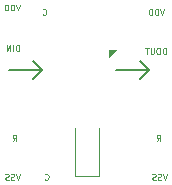
<source format=gbr>
%TF.GenerationSoftware,KiCad,Pcbnew,7.0.9*%
%TF.CreationDate,2023-12-15T15:14:35-05:00*%
%TF.ProjectId,amoebe_streamline,616d6f65-6265-45f7-9374-7265616d6c69,rev?*%
%TF.SameCoordinates,Original*%
%TF.FileFunction,Legend,Bot*%
%TF.FilePolarity,Positive*%
%FSLAX46Y46*%
G04 Gerber Fmt 4.6, Leading zero omitted, Abs format (unit mm)*
G04 Created by KiCad (PCBNEW 7.0.9) date 2023-12-15 15:14:35*
%MOMM*%
%LPD*%
G01*
G04 APERTURE LIST*
%ADD10C,0.150000*%
%ADD11C,0.125000*%
%ADD12C,0.120000*%
%ADD13C,0.100000*%
G04 APERTURE END LIST*
D10*
X148463000Y-98298000D02*
X147701000Y-97536000D01*
X139446000Y-98298000D02*
X138684000Y-99060000D01*
X148463000Y-98298000D02*
X147701000Y-99060000D01*
X138684000Y-99060000D02*
X139446000Y-98298000D01*
X139446000Y-98298000D02*
X138684000Y-97536000D01*
X148463000Y-98298000D02*
X145669000Y-98298000D01*
X147701000Y-99060000D02*
X148463000Y-98298000D01*
X139446000Y-98298000D02*
X136652000Y-98298000D01*
D11*
X149119002Y-104326309D02*
X149285668Y-104088214D01*
X149404716Y-104326309D02*
X149404716Y-103826309D01*
X149404716Y-103826309D02*
X149214240Y-103826309D01*
X149214240Y-103826309D02*
X149166621Y-103850119D01*
X149166621Y-103850119D02*
X149142811Y-103873928D01*
X149142811Y-103873928D02*
X149119002Y-103921547D01*
X149119002Y-103921547D02*
X149119002Y-103992976D01*
X149119002Y-103992976D02*
X149142811Y-104040595D01*
X149142811Y-104040595D02*
X149166621Y-104064404D01*
X149166621Y-104064404D02*
X149214240Y-104088214D01*
X149214240Y-104088214D02*
X149404716Y-104088214D01*
X149912716Y-96960309D02*
X149912716Y-96460309D01*
X149912716Y-96460309D02*
X149793668Y-96460309D01*
X149793668Y-96460309D02*
X149722240Y-96484119D01*
X149722240Y-96484119D02*
X149674621Y-96531738D01*
X149674621Y-96531738D02*
X149650811Y-96579357D01*
X149650811Y-96579357D02*
X149627002Y-96674595D01*
X149627002Y-96674595D02*
X149627002Y-96746023D01*
X149627002Y-96746023D02*
X149650811Y-96841261D01*
X149650811Y-96841261D02*
X149674621Y-96888880D01*
X149674621Y-96888880D02*
X149722240Y-96936500D01*
X149722240Y-96936500D02*
X149793668Y-96960309D01*
X149793668Y-96960309D02*
X149912716Y-96960309D01*
X149317478Y-96460309D02*
X149222240Y-96460309D01*
X149222240Y-96460309D02*
X149174621Y-96484119D01*
X149174621Y-96484119D02*
X149127002Y-96531738D01*
X149127002Y-96531738D02*
X149103192Y-96626976D01*
X149103192Y-96626976D02*
X149103192Y-96793642D01*
X149103192Y-96793642D02*
X149127002Y-96888880D01*
X149127002Y-96888880D02*
X149174621Y-96936500D01*
X149174621Y-96936500D02*
X149222240Y-96960309D01*
X149222240Y-96960309D02*
X149317478Y-96960309D01*
X149317478Y-96960309D02*
X149365097Y-96936500D01*
X149365097Y-96936500D02*
X149412716Y-96888880D01*
X149412716Y-96888880D02*
X149436525Y-96793642D01*
X149436525Y-96793642D02*
X149436525Y-96626976D01*
X149436525Y-96626976D02*
X149412716Y-96531738D01*
X149412716Y-96531738D02*
X149365097Y-96484119D01*
X149365097Y-96484119D02*
X149317478Y-96460309D01*
X148888906Y-96460309D02*
X148888906Y-96865071D01*
X148888906Y-96865071D02*
X148865096Y-96912690D01*
X148865096Y-96912690D02*
X148841287Y-96936500D01*
X148841287Y-96936500D02*
X148793668Y-96960309D01*
X148793668Y-96960309D02*
X148698430Y-96960309D01*
X148698430Y-96960309D02*
X148650811Y-96936500D01*
X148650811Y-96936500D02*
X148627001Y-96912690D01*
X148627001Y-96912690D02*
X148603192Y-96865071D01*
X148603192Y-96865071D02*
X148603192Y-96460309D01*
X148436524Y-96460309D02*
X148150810Y-96460309D01*
X148293667Y-96960309D02*
X148293667Y-96460309D01*
X137466716Y-96706309D02*
X137466716Y-96206309D01*
X137466716Y-96206309D02*
X137347668Y-96206309D01*
X137347668Y-96206309D02*
X137276240Y-96230119D01*
X137276240Y-96230119D02*
X137228621Y-96277738D01*
X137228621Y-96277738D02*
X137204811Y-96325357D01*
X137204811Y-96325357D02*
X137181002Y-96420595D01*
X137181002Y-96420595D02*
X137181002Y-96492023D01*
X137181002Y-96492023D02*
X137204811Y-96587261D01*
X137204811Y-96587261D02*
X137228621Y-96634880D01*
X137228621Y-96634880D02*
X137276240Y-96682500D01*
X137276240Y-96682500D02*
X137347668Y-96706309D01*
X137347668Y-96706309D02*
X137466716Y-96706309D01*
X136966716Y-96706309D02*
X136966716Y-96206309D01*
X136728621Y-96706309D02*
X136728621Y-96206309D01*
X136728621Y-96206309D02*
X136442907Y-96706309D01*
X136442907Y-96706309D02*
X136442907Y-96206309D01*
X139467002Y-93610690D02*
X139490811Y-93634500D01*
X139490811Y-93634500D02*
X139562240Y-93658309D01*
X139562240Y-93658309D02*
X139609859Y-93658309D01*
X139609859Y-93658309D02*
X139681287Y-93634500D01*
X139681287Y-93634500D02*
X139728906Y-93586880D01*
X139728906Y-93586880D02*
X139752716Y-93539261D01*
X139752716Y-93539261D02*
X139776525Y-93444023D01*
X139776525Y-93444023D02*
X139776525Y-93372595D01*
X139776525Y-93372595D02*
X139752716Y-93277357D01*
X139752716Y-93277357D02*
X139728906Y-93229738D01*
X139728906Y-93229738D02*
X139681287Y-93182119D01*
X139681287Y-93182119D02*
X139609859Y-93158309D01*
X139609859Y-93158309D02*
X139562240Y-93158309D01*
X139562240Y-93158309D02*
X139490811Y-93182119D01*
X139490811Y-93182119D02*
X139467002Y-93205928D01*
X149984144Y-107128309D02*
X149817478Y-107628309D01*
X149817478Y-107628309D02*
X149650811Y-107128309D01*
X149507954Y-107604500D02*
X149436526Y-107628309D01*
X149436526Y-107628309D02*
X149317478Y-107628309D01*
X149317478Y-107628309D02*
X149269859Y-107604500D01*
X149269859Y-107604500D02*
X149246050Y-107580690D01*
X149246050Y-107580690D02*
X149222240Y-107533071D01*
X149222240Y-107533071D02*
X149222240Y-107485452D01*
X149222240Y-107485452D02*
X149246050Y-107437833D01*
X149246050Y-107437833D02*
X149269859Y-107414023D01*
X149269859Y-107414023D02*
X149317478Y-107390214D01*
X149317478Y-107390214D02*
X149412716Y-107366404D01*
X149412716Y-107366404D02*
X149460335Y-107342595D01*
X149460335Y-107342595D02*
X149484145Y-107318785D01*
X149484145Y-107318785D02*
X149507954Y-107271166D01*
X149507954Y-107271166D02*
X149507954Y-107223547D01*
X149507954Y-107223547D02*
X149484145Y-107175928D01*
X149484145Y-107175928D02*
X149460335Y-107152119D01*
X149460335Y-107152119D02*
X149412716Y-107128309D01*
X149412716Y-107128309D02*
X149293669Y-107128309D01*
X149293669Y-107128309D02*
X149222240Y-107152119D01*
X149031764Y-107604500D02*
X148960336Y-107628309D01*
X148960336Y-107628309D02*
X148841288Y-107628309D01*
X148841288Y-107628309D02*
X148793669Y-107604500D01*
X148793669Y-107604500D02*
X148769860Y-107580690D01*
X148769860Y-107580690D02*
X148746050Y-107533071D01*
X148746050Y-107533071D02*
X148746050Y-107485452D01*
X148746050Y-107485452D02*
X148769860Y-107437833D01*
X148769860Y-107437833D02*
X148793669Y-107414023D01*
X148793669Y-107414023D02*
X148841288Y-107390214D01*
X148841288Y-107390214D02*
X148936526Y-107366404D01*
X148936526Y-107366404D02*
X148984145Y-107342595D01*
X148984145Y-107342595D02*
X149007955Y-107318785D01*
X149007955Y-107318785D02*
X149031764Y-107271166D01*
X149031764Y-107271166D02*
X149031764Y-107223547D01*
X149031764Y-107223547D02*
X149007955Y-107175928D01*
X149007955Y-107175928D02*
X148984145Y-107152119D01*
X148984145Y-107152119D02*
X148936526Y-107128309D01*
X148936526Y-107128309D02*
X148817479Y-107128309D01*
X148817479Y-107128309D02*
X148746050Y-107152119D01*
X136927002Y-104326309D02*
X137093668Y-104088214D01*
X137212716Y-104326309D02*
X137212716Y-103826309D01*
X137212716Y-103826309D02*
X137022240Y-103826309D01*
X137022240Y-103826309D02*
X136974621Y-103850119D01*
X136974621Y-103850119D02*
X136950811Y-103873928D01*
X136950811Y-103873928D02*
X136927002Y-103921547D01*
X136927002Y-103921547D02*
X136927002Y-103992976D01*
X136927002Y-103992976D02*
X136950811Y-104040595D01*
X136950811Y-104040595D02*
X136974621Y-104064404D01*
X136974621Y-104064404D02*
X137022240Y-104088214D01*
X137022240Y-104088214D02*
X137212716Y-104088214D01*
X139657102Y-107581490D02*
X139680911Y-107605300D01*
X139680911Y-107605300D02*
X139752340Y-107629109D01*
X139752340Y-107629109D02*
X139799959Y-107629109D01*
X139799959Y-107629109D02*
X139871387Y-107605300D01*
X139871387Y-107605300D02*
X139919006Y-107557680D01*
X139919006Y-107557680D02*
X139942816Y-107510061D01*
X139942816Y-107510061D02*
X139966625Y-107414823D01*
X139966625Y-107414823D02*
X139966625Y-107343395D01*
X139966625Y-107343395D02*
X139942816Y-107248157D01*
X139942816Y-107248157D02*
X139919006Y-107200538D01*
X139919006Y-107200538D02*
X139871387Y-107152919D01*
X139871387Y-107152919D02*
X139799959Y-107129109D01*
X139799959Y-107129109D02*
X139752340Y-107129109D01*
X139752340Y-107129109D02*
X139680911Y-107152919D01*
X139680911Y-107152919D02*
X139657102Y-107176728D01*
X137548544Y-92787709D02*
X137381878Y-93287709D01*
X137381878Y-93287709D02*
X137215211Y-92787709D01*
X137048545Y-93287709D02*
X137048545Y-92787709D01*
X137048545Y-92787709D02*
X136929497Y-92787709D01*
X136929497Y-92787709D02*
X136858069Y-92811519D01*
X136858069Y-92811519D02*
X136810450Y-92859138D01*
X136810450Y-92859138D02*
X136786640Y-92906757D01*
X136786640Y-92906757D02*
X136762831Y-93001995D01*
X136762831Y-93001995D02*
X136762831Y-93073423D01*
X136762831Y-93073423D02*
X136786640Y-93168661D01*
X136786640Y-93168661D02*
X136810450Y-93216280D01*
X136810450Y-93216280D02*
X136858069Y-93263900D01*
X136858069Y-93263900D02*
X136929497Y-93287709D01*
X136929497Y-93287709D02*
X137048545Y-93287709D01*
X136548545Y-93287709D02*
X136548545Y-92787709D01*
X136548545Y-92787709D02*
X136429497Y-92787709D01*
X136429497Y-92787709D02*
X136358069Y-92811519D01*
X136358069Y-92811519D02*
X136310450Y-92859138D01*
X136310450Y-92859138D02*
X136286640Y-92906757D01*
X136286640Y-92906757D02*
X136262831Y-93001995D01*
X136262831Y-93001995D02*
X136262831Y-93073423D01*
X136262831Y-93073423D02*
X136286640Y-93168661D01*
X136286640Y-93168661D02*
X136310450Y-93216280D01*
X136310450Y-93216280D02*
X136358069Y-93263900D01*
X136358069Y-93263900D02*
X136429497Y-93287709D01*
X136429497Y-93287709D02*
X136548545Y-93287709D01*
X137538144Y-107128309D02*
X137371478Y-107628309D01*
X137371478Y-107628309D02*
X137204811Y-107128309D01*
X137061954Y-107604500D02*
X136990526Y-107628309D01*
X136990526Y-107628309D02*
X136871478Y-107628309D01*
X136871478Y-107628309D02*
X136823859Y-107604500D01*
X136823859Y-107604500D02*
X136800050Y-107580690D01*
X136800050Y-107580690D02*
X136776240Y-107533071D01*
X136776240Y-107533071D02*
X136776240Y-107485452D01*
X136776240Y-107485452D02*
X136800050Y-107437833D01*
X136800050Y-107437833D02*
X136823859Y-107414023D01*
X136823859Y-107414023D02*
X136871478Y-107390214D01*
X136871478Y-107390214D02*
X136966716Y-107366404D01*
X136966716Y-107366404D02*
X137014335Y-107342595D01*
X137014335Y-107342595D02*
X137038145Y-107318785D01*
X137038145Y-107318785D02*
X137061954Y-107271166D01*
X137061954Y-107271166D02*
X137061954Y-107223547D01*
X137061954Y-107223547D02*
X137038145Y-107175928D01*
X137038145Y-107175928D02*
X137014335Y-107152119D01*
X137014335Y-107152119D02*
X136966716Y-107128309D01*
X136966716Y-107128309D02*
X136847669Y-107128309D01*
X136847669Y-107128309D02*
X136776240Y-107152119D01*
X136585764Y-107604500D02*
X136514336Y-107628309D01*
X136514336Y-107628309D02*
X136395288Y-107628309D01*
X136395288Y-107628309D02*
X136347669Y-107604500D01*
X136347669Y-107604500D02*
X136323860Y-107580690D01*
X136323860Y-107580690D02*
X136300050Y-107533071D01*
X136300050Y-107533071D02*
X136300050Y-107485452D01*
X136300050Y-107485452D02*
X136323860Y-107437833D01*
X136323860Y-107437833D02*
X136347669Y-107414023D01*
X136347669Y-107414023D02*
X136395288Y-107390214D01*
X136395288Y-107390214D02*
X136490526Y-107366404D01*
X136490526Y-107366404D02*
X136538145Y-107342595D01*
X136538145Y-107342595D02*
X136561955Y-107318785D01*
X136561955Y-107318785D02*
X136585764Y-107271166D01*
X136585764Y-107271166D02*
X136585764Y-107223547D01*
X136585764Y-107223547D02*
X136561955Y-107175928D01*
X136561955Y-107175928D02*
X136538145Y-107152119D01*
X136538145Y-107152119D02*
X136490526Y-107128309D01*
X136490526Y-107128309D02*
X136371479Y-107128309D01*
X136371479Y-107128309D02*
X136300050Y-107152119D01*
X149730144Y-93158309D02*
X149563478Y-93658309D01*
X149563478Y-93658309D02*
X149396811Y-93158309D01*
X149230145Y-93658309D02*
X149230145Y-93158309D01*
X149230145Y-93158309D02*
X149111097Y-93158309D01*
X149111097Y-93158309D02*
X149039669Y-93182119D01*
X149039669Y-93182119D02*
X148992050Y-93229738D01*
X148992050Y-93229738D02*
X148968240Y-93277357D01*
X148968240Y-93277357D02*
X148944431Y-93372595D01*
X148944431Y-93372595D02*
X148944431Y-93444023D01*
X148944431Y-93444023D02*
X148968240Y-93539261D01*
X148968240Y-93539261D02*
X148992050Y-93586880D01*
X148992050Y-93586880D02*
X149039669Y-93634500D01*
X149039669Y-93634500D02*
X149111097Y-93658309D01*
X149111097Y-93658309D02*
X149230145Y-93658309D01*
X148730145Y-93658309D02*
X148730145Y-93158309D01*
X148730145Y-93158309D02*
X148611097Y-93158309D01*
X148611097Y-93158309D02*
X148539669Y-93182119D01*
X148539669Y-93182119D02*
X148492050Y-93229738D01*
X148492050Y-93229738D02*
X148468240Y-93277357D01*
X148468240Y-93277357D02*
X148444431Y-93372595D01*
X148444431Y-93372595D02*
X148444431Y-93444023D01*
X148444431Y-93444023D02*
X148468240Y-93539261D01*
X148468240Y-93539261D02*
X148492050Y-93586880D01*
X148492050Y-93586880D02*
X148539669Y-93634500D01*
X148539669Y-93634500D02*
X148611097Y-93658309D01*
X148611097Y-93658309D02*
X148730145Y-93658309D01*
D12*
%TO.C,D1*%
X142205200Y-107263000D02*
X142205200Y-103253000D01*
X144205200Y-107263000D02*
X142205200Y-107263000D01*
X144205200Y-107263000D02*
X144205200Y-103253000D01*
%TO.C,D2*%
D13*
X145085000Y-97262000D02*
X145085000Y-96662000D01*
X145685000Y-96662000D01*
X145085000Y-97262000D01*
G36*
X145085000Y-97262000D02*
G01*
X145085000Y-96662000D01*
X145685000Y-96662000D01*
X145085000Y-97262000D01*
G37*
%TD*%
M02*

</source>
